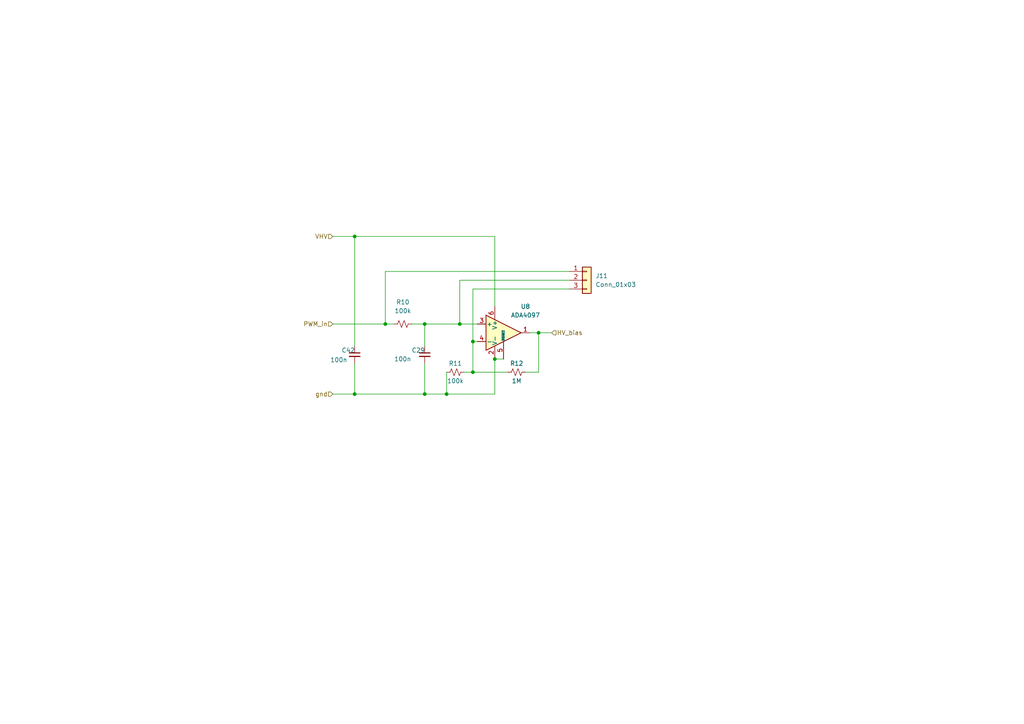
<source format=kicad_sch>
(kicad_sch
	(version 20231120)
	(generator "eeschema")
	(generator_version "8.0")
	(uuid "0edce324-4c16-425e-b906-bd4a0c9b76a8")
	(paper "A4")
	(lib_symbols
		(symbol "Amplifier_Operational:ADA4807-1"
			(pin_names
				(offset 0.127)
			)
			(exclude_from_sim no)
			(in_bom yes)
			(on_board yes)
			(property "Reference" "U"
				(at 1.27 3.81 0)
				(effects
					(font
						(size 1.27 1.27)
					)
					(justify left)
				)
			)
			(property "Value" "ADA4807-1"
				(at 1.27 -3.81 0)
				(effects
					(font
						(size 1.27 1.27)
					)
					(justify left)
				)
			)
			(property "Footprint" ""
				(at 0 -6.35 0)
				(effects
					(font
						(size 1.27 1.27)
					)
					(hide yes)
				)
			)
			(property "Datasheet" "https://www.analog.com/media/en/technical-documentation/data-sheets/ADA4807-1_4807-2_4807-4.pdf"
				(at 0 -8.89 0)
				(effects
					(font
						(size 1.27 1.27)
					)
					(justify left)
					(hide yes)
				)
			)
			(property "Description" "Single Rail-to-Rail Input/Output Amplifiers, with disable, SC-70-6/SOT-23-6"
				(at 0 0 0)
				(effects
					(font
						(size 1.27 1.27)
					)
					(hide yes)
				)
			)
			(property "ki_keywords" "single opamp"
				(at 0 0 0)
				(effects
					(font
						(size 1.27 1.27)
					)
					(hide yes)
				)
			)
			(property "ki_fp_filters" "*SC*70* SOT?23*"
				(at 0 0 0)
				(effects
					(font
						(size 1.27 1.27)
					)
					(hide yes)
				)
			)
			(symbol "ADA4807-1_0_1"
				(polyline
					(pts
						(xy -5.08 5.08) (xy 5.08 0) (xy -5.08 -5.08) (xy -5.08 5.08)
					)
					(stroke
						(width 0.254)
						(type default)
					)
					(fill
						(type background)
					)
				)
			)
			(symbol "ADA4807-1_1_1"
				(pin output line
					(at 7.62 0 180)
					(length 2.54)
					(name "~"
						(effects
							(font
								(size 1.27 1.27)
							)
						)
					)
					(number "1"
						(effects
							(font
								(size 1.27 1.27)
							)
						)
					)
				)
				(pin power_in line
					(at -2.54 -7.62 90)
					(length 3.81)
					(name "V-"
						(effects
							(font
								(size 1.27 1.27)
							)
						)
					)
					(number "2"
						(effects
							(font
								(size 1.27 1.27)
							)
						)
					)
				)
				(pin input line
					(at -7.62 2.54 0)
					(length 2.54)
					(name "+"
						(effects
							(font
								(size 1.27 1.27)
							)
						)
					)
					(number "3"
						(effects
							(font
								(size 1.27 1.27)
							)
						)
					)
				)
				(pin input line
					(at -7.62 -2.54 0)
					(length 2.54)
					(name "-"
						(effects
							(font
								(size 1.27 1.27)
							)
						)
					)
					(number "4"
						(effects
							(font
								(size 1.27 1.27)
							)
						)
					)
				)
				(pin input line
					(at 0 -7.62 90)
					(length 5.08)
					(name "~{DISABLE}"
						(effects
							(font
								(size 0.508 0.508)
							)
						)
					)
					(number "5"
						(effects
							(font
								(size 1.27 1.27)
							)
						)
					)
				)
				(pin power_in line
					(at -2.54 7.62 270)
					(length 3.81)
					(name "V+"
						(effects
							(font
								(size 1.27 1.27)
							)
						)
					)
					(number "6"
						(effects
							(font
								(size 1.27 1.27)
							)
						)
					)
				)
			)
		)
		(symbol "Connector_Generic:Conn_01x03"
			(pin_names
				(offset 1.016) hide)
			(exclude_from_sim no)
			(in_bom yes)
			(on_board yes)
			(property "Reference" "J"
				(at 0 5.08 0)
				(effects
					(font
						(size 1.27 1.27)
					)
				)
			)
			(property "Value" "Conn_01x03"
				(at 0 -5.08 0)
				(effects
					(font
						(size 1.27 1.27)
					)
				)
			)
			(property "Footprint" ""
				(at 0 0 0)
				(effects
					(font
						(size 1.27 1.27)
					)
					(hide yes)
				)
			)
			(property "Datasheet" "~"
				(at 0 0 0)
				(effects
					(font
						(size 1.27 1.27)
					)
					(hide yes)
				)
			)
			(property "Description" "Generic connector, single row, 01x03, script generated (kicad-library-utils/schlib/autogen/connector/)"
				(at 0 0 0)
				(effects
					(font
						(size 1.27 1.27)
					)
					(hide yes)
				)
			)
			(property "ki_keywords" "connector"
				(at 0 0 0)
				(effects
					(font
						(size 1.27 1.27)
					)
					(hide yes)
				)
			)
			(property "ki_fp_filters" "Connector*:*_1x??_*"
				(at 0 0 0)
				(effects
					(font
						(size 1.27 1.27)
					)
					(hide yes)
				)
			)
			(symbol "Conn_01x03_1_1"
				(rectangle
					(start -1.27 -2.413)
					(end 0 -2.667)
					(stroke
						(width 0.1524)
						(type default)
					)
					(fill
						(type none)
					)
				)
				(rectangle
					(start -1.27 0.127)
					(end 0 -0.127)
					(stroke
						(width 0.1524)
						(type default)
					)
					(fill
						(type none)
					)
				)
				(rectangle
					(start -1.27 2.667)
					(end 0 2.413)
					(stroke
						(width 0.1524)
						(type default)
					)
					(fill
						(type none)
					)
				)
				(rectangle
					(start -1.27 3.81)
					(end 1.27 -3.81)
					(stroke
						(width 0.254)
						(type default)
					)
					(fill
						(type background)
					)
				)
				(pin passive line
					(at -5.08 2.54 0)
					(length 3.81)
					(name "Pin_1"
						(effects
							(font
								(size 1.27 1.27)
							)
						)
					)
					(number "1"
						(effects
							(font
								(size 1.27 1.27)
							)
						)
					)
				)
				(pin passive line
					(at -5.08 0 0)
					(length 3.81)
					(name "Pin_2"
						(effects
							(font
								(size 1.27 1.27)
							)
						)
					)
					(number "2"
						(effects
							(font
								(size 1.27 1.27)
							)
						)
					)
				)
				(pin passive line
					(at -5.08 -2.54 0)
					(length 3.81)
					(name "Pin_3"
						(effects
							(font
								(size 1.27 1.27)
							)
						)
					)
					(number "3"
						(effects
							(font
								(size 1.27 1.27)
							)
						)
					)
				)
			)
		)
		(symbol "Device:C_Small"
			(pin_numbers hide)
			(pin_names
				(offset 0.254) hide)
			(exclude_from_sim no)
			(in_bom yes)
			(on_board yes)
			(property "Reference" "C"
				(at 0.254 1.778 0)
				(effects
					(font
						(size 1.27 1.27)
					)
					(justify left)
				)
			)
			(property "Value" "C_Small"
				(at 0.254 -2.032 0)
				(effects
					(font
						(size 1.27 1.27)
					)
					(justify left)
				)
			)
			(property "Footprint" ""
				(at 0 0 0)
				(effects
					(font
						(size 1.27 1.27)
					)
					(hide yes)
				)
			)
			(property "Datasheet" "~"
				(at 0 0 0)
				(effects
					(font
						(size 1.27 1.27)
					)
					(hide yes)
				)
			)
			(property "Description" "Unpolarized capacitor, small symbol"
				(at 0 0 0)
				(effects
					(font
						(size 1.27 1.27)
					)
					(hide yes)
				)
			)
			(property "ki_keywords" "capacitor cap"
				(at 0 0 0)
				(effects
					(font
						(size 1.27 1.27)
					)
					(hide yes)
				)
			)
			(property "ki_fp_filters" "C_*"
				(at 0 0 0)
				(effects
					(font
						(size 1.27 1.27)
					)
					(hide yes)
				)
			)
			(symbol "C_Small_0_1"
				(polyline
					(pts
						(xy -1.524 -0.508) (xy 1.524 -0.508)
					)
					(stroke
						(width 0.3302)
						(type default)
					)
					(fill
						(type none)
					)
				)
				(polyline
					(pts
						(xy -1.524 0.508) (xy 1.524 0.508)
					)
					(stroke
						(width 0.3048)
						(type default)
					)
					(fill
						(type none)
					)
				)
			)
			(symbol "C_Small_1_1"
				(pin passive line
					(at 0 2.54 270)
					(length 2.032)
					(name "~"
						(effects
							(font
								(size 1.27 1.27)
							)
						)
					)
					(number "1"
						(effects
							(font
								(size 1.27 1.27)
							)
						)
					)
				)
				(pin passive line
					(at 0 -2.54 90)
					(length 2.032)
					(name "~"
						(effects
							(font
								(size 1.27 1.27)
							)
						)
					)
					(number "2"
						(effects
							(font
								(size 1.27 1.27)
							)
						)
					)
				)
			)
		)
		(symbol "Device:R_Small_US"
			(pin_numbers hide)
			(pin_names
				(offset 0.254) hide)
			(exclude_from_sim no)
			(in_bom yes)
			(on_board yes)
			(property "Reference" "R"
				(at 0.762 0.508 0)
				(effects
					(font
						(size 1.27 1.27)
					)
					(justify left)
				)
			)
			(property "Value" "R_Small_US"
				(at 0.762 -1.016 0)
				(effects
					(font
						(size 1.27 1.27)
					)
					(justify left)
				)
			)
			(property "Footprint" ""
				(at 0 0 0)
				(effects
					(font
						(size 1.27 1.27)
					)
					(hide yes)
				)
			)
			(property "Datasheet" "~"
				(at 0 0 0)
				(effects
					(font
						(size 1.27 1.27)
					)
					(hide yes)
				)
			)
			(property "Description" "Resistor, small US symbol"
				(at 0 0 0)
				(effects
					(font
						(size 1.27 1.27)
					)
					(hide yes)
				)
			)
			(property "ki_keywords" "r resistor"
				(at 0 0 0)
				(effects
					(font
						(size 1.27 1.27)
					)
					(hide yes)
				)
			)
			(property "ki_fp_filters" "R_*"
				(at 0 0 0)
				(effects
					(font
						(size 1.27 1.27)
					)
					(hide yes)
				)
			)
			(symbol "R_Small_US_1_1"
				(polyline
					(pts
						(xy 0 0) (xy 1.016 -0.381) (xy 0 -0.762) (xy -1.016 -1.143) (xy 0 -1.524)
					)
					(stroke
						(width 0)
						(type default)
					)
					(fill
						(type none)
					)
				)
				(polyline
					(pts
						(xy 0 1.524) (xy 1.016 1.143) (xy 0 0.762) (xy -1.016 0.381) (xy 0 0)
					)
					(stroke
						(width 0)
						(type default)
					)
					(fill
						(type none)
					)
				)
				(pin passive line
					(at 0 2.54 270)
					(length 1.016)
					(name "~"
						(effects
							(font
								(size 1.27 1.27)
							)
						)
					)
					(number "1"
						(effects
							(font
								(size 1.27 1.27)
							)
						)
					)
				)
				(pin passive line
					(at 0 -2.54 90)
					(length 1.016)
					(name "~"
						(effects
							(font
								(size 1.27 1.27)
							)
						)
					)
					(number "2"
						(effects
							(font
								(size 1.27 1.27)
							)
						)
					)
				)
			)
		)
	)
	(junction
		(at 133.35 93.98)
		(diameter 0)
		(color 0 0 0 0)
		(uuid "142a9e6f-cfe3-49c7-b512-77f6715ee672")
	)
	(junction
		(at 123.19 114.3)
		(diameter 0)
		(color 0 0 0 0)
		(uuid "1607b4db-85e8-447e-8038-6ac4f0f7f121")
	)
	(junction
		(at 129.54 114.3)
		(diameter 0)
		(color 0 0 0 0)
		(uuid "38e4d469-436e-4395-9a13-c0cc4fb50b61")
	)
	(junction
		(at 102.87 68.58)
		(diameter 0)
		(color 0 0 0 0)
		(uuid "5374e517-a655-46bd-b448-605abb970765")
	)
	(junction
		(at 102.87 114.3)
		(diameter 0)
		(color 0 0 0 0)
		(uuid "5734ddfc-ea63-4c4a-88dd-e50cee3b4213")
	)
	(junction
		(at 137.16 99.06)
		(diameter 0)
		(color 0 0 0 0)
		(uuid "609873fc-6836-4e27-822d-a610a8bf7649")
	)
	(junction
		(at 111.76 93.98)
		(diameter 0)
		(color 0 0 0 0)
		(uuid "7d14683b-235a-449c-9e42-4f45afa58b9e")
	)
	(junction
		(at 143.51 104.14)
		(diameter 0)
		(color 0 0 0 0)
		(uuid "8e841fc8-b600-41c2-8718-5b9e6d899f17")
	)
	(junction
		(at 137.16 107.95)
		(diameter 0)
		(color 0 0 0 0)
		(uuid "a1ac036b-36a6-4e38-bddd-402e2ed9405a")
	)
	(junction
		(at 156.21 96.52)
		(diameter 0)
		(color 0 0 0 0)
		(uuid "b32a35c1-c000-411a-b45e-87b4be51e5f4")
	)
	(junction
		(at 123.19 93.98)
		(diameter 0)
		(color 0 0 0 0)
		(uuid "c5bbf65b-34c2-4a6d-8e57-35183676d623")
	)
	(wire
		(pts
			(xy 134.62 107.95) (xy 137.16 107.95)
		)
		(stroke
			(width 0)
			(type default)
		)
		(uuid "0375ff5b-5045-4067-8c79-e37f830377bf")
	)
	(wire
		(pts
			(xy 111.76 93.98) (xy 114.3 93.98)
		)
		(stroke
			(width 0)
			(type default)
		)
		(uuid "0d44bd96-1d15-46b3-aa1b-99b6f1778714")
	)
	(wire
		(pts
			(xy 102.87 114.3) (xy 123.19 114.3)
		)
		(stroke
			(width 0)
			(type default)
		)
		(uuid "0dfe6fc2-9aa4-4def-a089-c97925779751")
	)
	(wire
		(pts
			(xy 165.1 81.28) (xy 133.35 81.28)
		)
		(stroke
			(width 0)
			(type default)
		)
		(uuid "138538c8-96d5-4d26-8bb0-097bdc25a891")
	)
	(wire
		(pts
			(xy 133.35 81.28) (xy 133.35 93.98)
		)
		(stroke
			(width 0)
			(type default)
		)
		(uuid "17aaa59a-af65-405e-9c4a-e4488ebb01c0")
	)
	(wire
		(pts
			(xy 156.21 96.52) (xy 153.67 96.52)
		)
		(stroke
			(width 0)
			(type default)
		)
		(uuid "188a3aaf-434e-435b-9017-e2a20fe02761")
	)
	(wire
		(pts
			(xy 102.87 68.58) (xy 102.87 100.33)
		)
		(stroke
			(width 0)
			(type default)
		)
		(uuid "194cabce-d314-44ac-a17c-c1c30871f288")
	)
	(wire
		(pts
			(xy 123.19 93.98) (xy 133.35 93.98)
		)
		(stroke
			(width 0)
			(type default)
		)
		(uuid "197576df-304c-441b-aeb0-8c224988d982")
	)
	(wire
		(pts
			(xy 156.21 96.52) (xy 160.02 96.52)
		)
		(stroke
			(width 0)
			(type default)
		)
		(uuid "1ac4a7c2-b7be-4e1c-a497-ed6aab390c53")
	)
	(wire
		(pts
			(xy 165.1 78.74) (xy 111.76 78.74)
		)
		(stroke
			(width 0)
			(type default)
		)
		(uuid "2775d4aa-8ef5-4156-9be3-873d0a37f58e")
	)
	(wire
		(pts
			(xy 123.19 100.33) (xy 123.19 93.98)
		)
		(stroke
			(width 0)
			(type default)
		)
		(uuid "2d5c67f3-44a6-414d-9be0-8cb7b7d5842a")
	)
	(wire
		(pts
			(xy 102.87 105.41) (xy 102.87 114.3)
		)
		(stroke
			(width 0)
			(type default)
		)
		(uuid "30789b95-d0c3-44ca-9cff-4f8a32d54935")
	)
	(wire
		(pts
			(xy 96.52 68.58) (xy 102.87 68.58)
		)
		(stroke
			(width 0)
			(type default)
		)
		(uuid "339be58e-c872-45d3-af59-d82d2ec0e7dd")
	)
	(wire
		(pts
			(xy 123.19 105.41) (xy 123.19 114.3)
		)
		(stroke
			(width 0)
			(type default)
		)
		(uuid "3a3a7168-dc61-4943-b2c4-f5999923b4ec")
	)
	(wire
		(pts
			(xy 123.19 93.98) (xy 119.38 93.98)
		)
		(stroke
			(width 0)
			(type default)
		)
		(uuid "4607d8ab-f5bf-412e-9322-bd00e7a6c989")
	)
	(wire
		(pts
			(xy 129.54 114.3) (xy 143.51 114.3)
		)
		(stroke
			(width 0)
			(type default)
		)
		(uuid "4b50d154-87c0-417f-b0cb-7969e5019bf1")
	)
	(wire
		(pts
			(xy 156.21 107.95) (xy 156.21 96.52)
		)
		(stroke
			(width 0)
			(type default)
		)
		(uuid "4b6b893c-923d-4eaa-b72a-5890c65f296f")
	)
	(wire
		(pts
			(xy 96.52 114.3) (xy 102.87 114.3)
		)
		(stroke
			(width 0)
			(type default)
		)
		(uuid "4b74ae89-9b7a-4a7a-a987-7f195c724340")
	)
	(wire
		(pts
			(xy 96.52 93.98) (xy 111.76 93.98)
		)
		(stroke
			(width 0)
			(type default)
		)
		(uuid "557d55b3-3532-47d5-8bde-c718cdacefe8")
	)
	(wire
		(pts
			(xy 123.19 114.3) (xy 129.54 114.3)
		)
		(stroke
			(width 0)
			(type default)
		)
		(uuid "56b2fc5b-9b34-4aff-b522-ebb294e437f4")
	)
	(wire
		(pts
			(xy 137.16 99.06) (xy 137.16 107.95)
		)
		(stroke
			(width 0)
			(type default)
		)
		(uuid "59e97943-06c8-4f96-8365-52b423c29dbb")
	)
	(wire
		(pts
			(xy 133.35 93.98) (xy 138.43 93.98)
		)
		(stroke
			(width 0)
			(type default)
		)
		(uuid "6af8fc5e-5a6a-4fe3-8aca-d66932078a52")
	)
	(wire
		(pts
			(xy 143.51 68.58) (xy 143.51 88.9)
		)
		(stroke
			(width 0)
			(type default)
		)
		(uuid "7f5330de-c22e-4399-bd2e-b9eff4a5b21b")
	)
	(wire
		(pts
			(xy 137.16 99.06) (xy 137.16 83.82)
		)
		(stroke
			(width 0)
			(type default)
		)
		(uuid "80591532-c183-48a6-8d22-24ef5daed39e")
	)
	(wire
		(pts
			(xy 143.51 104.14) (xy 146.05 104.14)
		)
		(stroke
			(width 0)
			(type default)
		)
		(uuid "8d1df8cb-fef4-4a33-9451-7dc9ecb546ae")
	)
	(wire
		(pts
			(xy 102.87 68.58) (xy 143.51 68.58)
		)
		(stroke
			(width 0)
			(type default)
		)
		(uuid "98098d6b-b3ab-45d0-9501-f28aac3ba78a")
	)
	(wire
		(pts
			(xy 111.76 78.74) (xy 111.76 93.98)
		)
		(stroke
			(width 0)
			(type default)
		)
		(uuid "bc50a6fb-0feb-4d72-8438-42c26c555662")
	)
	(wire
		(pts
			(xy 137.16 107.95) (xy 147.32 107.95)
		)
		(stroke
			(width 0)
			(type default)
		)
		(uuid "c21cf7ce-2854-4b13-bb47-bfb98883deab")
	)
	(wire
		(pts
			(xy 137.16 83.82) (xy 165.1 83.82)
		)
		(stroke
			(width 0)
			(type default)
		)
		(uuid "c77f6b21-1c1a-4ab5-88b3-44da8c48d144")
	)
	(wire
		(pts
			(xy 152.4 107.95) (xy 156.21 107.95)
		)
		(stroke
			(width 0)
			(type default)
		)
		(uuid "d920b043-0b7c-4c5e-b99c-f991c515bf71")
	)
	(wire
		(pts
			(xy 143.51 104.14) (xy 143.51 114.3)
		)
		(stroke
			(width 0)
			(type default)
		)
		(uuid "e144c24d-a165-4d9b-a584-57aa02b61efc")
	)
	(wire
		(pts
			(xy 129.54 107.95) (xy 129.54 114.3)
		)
		(stroke
			(width 0)
			(type default)
		)
		(uuid "ed5217dc-5686-4f0b-bd3e-ae5a29bf6175")
	)
	(wire
		(pts
			(xy 137.16 99.06) (xy 138.43 99.06)
		)
		(stroke
			(width 0)
			(type default)
		)
		(uuid "fb110755-d3d8-47bb-885e-e6bd0da90fee")
	)
	(hierarchical_label "gnd"
		(shape input)
		(at 96.52 114.3 180)
		(fields_autoplaced yes)
		(effects
			(font
				(size 1.27 1.27)
			)
			(justify right)
		)
		(uuid "073b4bff-188e-48db-b24c-3540d0594ae7")
	)
	(hierarchical_label "HV_bias"
		(shape input)
		(at 160.02 96.52 0)
		(fields_autoplaced yes)
		(effects
			(font
				(size 1.27 1.27)
			)
			(justify left)
		)
		(uuid "111db4f0-1d71-407b-8857-5b83dde1352c")
	)
	(hierarchical_label "VHV"
		(shape input)
		(at 96.52 68.58 180)
		(fields_autoplaced yes)
		(effects
			(font
				(size 1.27 1.27)
			)
			(justify right)
		)
		(uuid "c803f5dc-65f5-449c-9bd7-5c2e17620a0a")
	)
	(hierarchical_label "PWM_in"
		(shape input)
		(at 96.52 93.98 180)
		(fields_autoplaced yes)
		(effects
			(font
				(size 1.27 1.27)
			)
			(justify right)
		)
		(uuid "d2299df2-54e5-463b-b5ed-93a5b8f78a38")
	)
	(symbol
		(lib_id "Device:R_Small_US")
		(at 116.84 93.98 90)
		(unit 1)
		(exclude_from_sim no)
		(in_bom yes)
		(on_board yes)
		(dnp no)
		(fields_autoplaced yes)
		(uuid "3bb14804-28cf-4e82-acb1-fd3f7d2a874a")
		(property "Reference" "R10"
			(at 116.84 87.63 90)
			(effects
				(font
					(size 1.27 1.27)
				)
			)
		)
		(property "Value" "100k"
			(at 116.84 90.17 90)
			(effects
				(font
					(size 1.27 1.27)
				)
			)
		)
		(property "Footprint" "Resistor_SMD:R_0402_1005Metric"
			(at 116.84 93.98 0)
			(effects
				(font
					(size 1.27 1.27)
				)
				(hide yes)
			)
		)
		(property "Datasheet" "~"
			(at 116.84 93.98 0)
			(effects
				(font
					(size 1.27 1.27)
				)
				(hide yes)
			)
		)
		(property "Description" ""
			(at 116.84 93.98 0)
			(effects
				(font
					(size 1.27 1.27)
				)
				(hide yes)
			)
		)
		(pin "1"
			(uuid "e20139b4-bfa4-4f18-a53f-3800fce50cbc")
		)
		(pin "2"
			(uuid "8558d494-a8c9-47f0-ab94-71f2339f1632")
		)
		(instances
			(project "controller test board"
				(path "/e63e39d7-6ac0-4ffd-8aa3-1841a4541b55/d6592886-3359-479a-9f3d-8f31d01523ea"
					(reference "R10")
					(unit 1)
				)
			)
		)
	)
	(symbol
		(lib_id "Amplifier_Operational:ADA4807-1")
		(at 146.05 96.52 0)
		(unit 1)
		(exclude_from_sim no)
		(in_bom yes)
		(on_board yes)
		(dnp no)
		(uuid "4339118c-ba6b-4830-a146-742472ac1884")
		(property "Reference" "U8"
			(at 152.4 88.9 0)
			(effects
				(font
					(size 1.27 1.27)
				)
			)
		)
		(property "Value" "ADA4097"
			(at 152.4 91.44 0)
			(effects
				(font
					(size 1.27 1.27)
				)
			)
		)
		(property "Footprint" "Package_TO_SOT_SMD:TSOT-23-6"
			(at 146.05 102.87 0)
			(effects
				(font
					(size 1.27 1.27)
				)
				(hide yes)
			)
		)
		(property "Datasheet" "https://www.analog.com/media/en/technical-documentation/data-sheets/ADA4807-1_4807-2_4807-4.pdf"
			(at 146.05 105.41 0)
			(effects
				(font
					(size 1.27 1.27)
				)
				(justify left)
				(hide yes)
			)
		)
		(property "Description" ""
			(at 146.05 96.52 0)
			(effects
				(font
					(size 1.27 1.27)
				)
				(hide yes)
			)
		)
		(pin "1"
			(uuid "0ce3579f-3b86-4853-9537-e5f0d69ea4e7")
		)
		(pin "2"
			(uuid "3f9e4da9-3138-4756-8114-50b35653d7ee")
		)
		(pin "3"
			(uuid "c2fbcdc7-2f42-4c8d-884c-c3afad90b011")
		)
		(pin "4"
			(uuid "7f800067-2c13-4758-a254-440c70a4408e")
		)
		(pin "5"
			(uuid "3e7a79d2-c1db-48bd-bbea-4e04c27b90b2")
		)
		(pin "6"
			(uuid "dae85a68-a9b3-4ea5-b7ba-944126705087")
		)
		(instances
			(project "controller test board"
				(path "/e63e39d7-6ac0-4ffd-8aa3-1841a4541b55/d6592886-3359-479a-9f3d-8f31d01523ea"
					(reference "U8")
					(unit 1)
				)
			)
		)
	)
	(symbol
		(lib_id "Device:C_Small")
		(at 102.87 102.87 0)
		(unit 1)
		(exclude_from_sim no)
		(in_bom yes)
		(on_board yes)
		(dnp no)
		(uuid "43848e6e-27ed-4a2a-8120-766cd1f6a8b1")
		(property "Reference" "C42"
			(at 99.06 101.6 0)
			(effects
				(font
					(size 1.27 1.27)
				)
				(justify left)
			)
		)
		(property "Value" "100n"
			(at 95.758 104.394 0)
			(effects
				(font
					(size 1.27 1.27)
				)
				(justify left)
			)
		)
		(property "Footprint" "Capacitor_SMD:C_0402_1005Metric"
			(at 102.87 102.87 0)
			(effects
				(font
					(size 1.27 1.27)
				)
				(hide yes)
			)
		)
		(property "Datasheet" "~"
			(at 102.87 102.87 0)
			(effects
				(font
					(size 1.27 1.27)
				)
				(hide yes)
			)
		)
		(property "Description" ""
			(at 102.87 102.87 0)
			(effects
				(font
					(size 1.27 1.27)
				)
				(hide yes)
			)
		)
		(pin "1"
			(uuid "b4bca93e-c9d2-4c41-b52f-7c864a220ec2")
		)
		(pin "2"
			(uuid "0c941197-c139-418c-8f9e-a473502f24ce")
		)
		(instances
			(project "controller test board"
				(path "/e63e39d7-6ac0-4ffd-8aa3-1841a4541b55/d6592886-3359-479a-9f3d-8f31d01523ea"
					(reference "C42")
					(unit 1)
				)
			)
		)
	)
	(symbol
		(lib_id "Device:R_Small_US")
		(at 132.08 107.95 90)
		(unit 1)
		(exclude_from_sim no)
		(in_bom yes)
		(on_board yes)
		(dnp no)
		(uuid "5c029db5-e662-4ec8-bd70-faf0bab12e27")
		(property "Reference" "R11"
			(at 132.08 105.41 90)
			(effects
				(font
					(size 1.27 1.27)
				)
			)
		)
		(property "Value" "100k"
			(at 132.08 110.49 90)
			(effects
				(font
					(size 1.27 1.27)
				)
			)
		)
		(property "Footprint" "Resistor_SMD:R_0402_1005Metric"
			(at 132.08 107.95 0)
			(effects
				(font
					(size 1.27 1.27)
				)
				(hide yes)
			)
		)
		(property "Datasheet" "~"
			(at 132.08 107.95 0)
			(effects
				(font
					(size 1.27 1.27)
				)
				(hide yes)
			)
		)
		(property "Description" ""
			(at 132.08 107.95 0)
			(effects
				(font
					(size 1.27 1.27)
				)
				(hide yes)
			)
		)
		(pin "1"
			(uuid "a98861e1-7a5d-45f2-a1dc-4c8f3a651c04")
		)
		(pin "2"
			(uuid "d9660f92-22db-48fe-a594-bd98a5b14f3b")
		)
		(instances
			(project "controller test board"
				(path "/e63e39d7-6ac0-4ffd-8aa3-1841a4541b55/d6592886-3359-479a-9f3d-8f31d01523ea"
					(reference "R11")
					(unit 1)
				)
			)
		)
	)
	(symbol
		(lib_id "Connector_Generic:Conn_01x03")
		(at 170.18 81.28 0)
		(unit 1)
		(exclude_from_sim no)
		(in_bom yes)
		(on_board yes)
		(dnp no)
		(fields_autoplaced yes)
		(uuid "88cb5fc6-2cac-4703-bc4f-ade966fdd218")
		(property "Reference" "J11"
			(at 172.72 80.0099 0)
			(effects
				(font
					(size 1.27 1.27)
				)
				(justify left)
			)
		)
		(property "Value" "Conn_01x03"
			(at 172.72 82.5499 0)
			(effects
				(font
					(size 1.27 1.27)
				)
				(justify left)
			)
		)
		(property "Footprint" "Connector_PinHeader_2.54mm:PinHeader_1x03_P2.54mm_Vertical"
			(at 170.18 81.28 0)
			(effects
				(font
					(size 1.27 1.27)
				)
				(hide yes)
			)
		)
		(property "Datasheet" "~"
			(at 170.18 81.28 0)
			(effects
				(font
					(size 1.27 1.27)
				)
				(hide yes)
			)
		)
		(property "Description" ""
			(at 170.18 81.28 0)
			(effects
				(font
					(size 1.27 1.27)
				)
				(hide yes)
			)
		)
		(pin "1"
			(uuid "b3c4a89c-03ce-48ac-88d7-e9fbb5d6c678")
		)
		(pin "2"
			(uuid "77586af4-564a-4636-9394-0cbb88a829e1")
		)
		(pin "3"
			(uuid "4c134737-ed35-438b-9c98-c2a37c7dcc0e")
		)
		(instances
			(project "controller test board"
				(path "/e63e39d7-6ac0-4ffd-8aa3-1841a4541b55/d6592886-3359-479a-9f3d-8f31d01523ea"
					(reference "J11")
					(unit 1)
				)
			)
		)
	)
	(symbol
		(lib_id "Device:R_Small_US")
		(at 149.86 107.95 90)
		(unit 1)
		(exclude_from_sim no)
		(in_bom yes)
		(on_board yes)
		(dnp no)
		(uuid "a8a86bbe-ea36-4a2f-85ab-c5883d675cf5")
		(property "Reference" "R12"
			(at 149.86 105.41 90)
			(effects
				(font
					(size 1.27 1.27)
				)
			)
		)
		(property "Value" "1M"
			(at 149.86 110.49 90)
			(effects
				(font
					(size 1.27 1.27)
				)
			)
		)
		(property "Footprint" "Resistor_SMD:R_0402_1005Metric"
			(at 149.86 107.95 0)
			(effects
				(font
					(size 1.27 1.27)
				)
				(hide yes)
			)
		)
		(property "Datasheet" "~"
			(at 149.86 107.95 0)
			(effects
				(font
					(size 1.27 1.27)
				)
				(hide yes)
			)
		)
		(property "Description" ""
			(at 149.86 107.95 0)
			(effects
				(font
					(size 1.27 1.27)
				)
				(hide yes)
			)
		)
		(pin "1"
			(uuid "df0a2115-be3f-4327-9ef5-237bddff5508")
		)
		(pin "2"
			(uuid "77ad8382-af97-452d-8327-b1d522a309b0")
		)
		(instances
			(project "controller test board"
				(path "/e63e39d7-6ac0-4ffd-8aa3-1841a4541b55/d6592886-3359-479a-9f3d-8f31d01523ea"
					(reference "R12")
					(unit 1)
				)
			)
		)
	)
	(symbol
		(lib_id "Device:C_Small")
		(at 123.19 102.87 0)
		(unit 1)
		(exclude_from_sim no)
		(in_bom yes)
		(on_board yes)
		(dnp no)
		(uuid "aa3a794c-1b48-4f53-a924-287cdd7eba85")
		(property "Reference" "C29"
			(at 119.38 101.6 0)
			(effects
				(font
					(size 1.27 1.27)
				)
				(justify left)
			)
		)
		(property "Value" "100n"
			(at 114.3 104.14 0)
			(effects
				(font
					(size 1.27 1.27)
				)
				(justify left)
			)
		)
		(property "Footprint" "Capacitor_SMD:C_0402_1005Metric"
			(at 123.19 102.87 0)
			(effects
				(font
					(size 1.27 1.27)
				)
				(hide yes)
			)
		)
		(property "Datasheet" "~"
			(at 123.19 102.87 0)
			(effects
				(font
					(size 1.27 1.27)
				)
				(hide yes)
			)
		)
		(property "Description" ""
			(at 123.19 102.87 0)
			(effects
				(font
					(size 1.27 1.27)
				)
				(hide yes)
			)
		)
		(pin "1"
			(uuid "4b76c2b8-9ea9-47b4-88ff-7dbdc3161cbb")
		)
		(pin "2"
			(uuid "7d37867b-8217-44fd-9580-80af2d66634b")
		)
		(instances
			(project "controller test board"
				(path "/e63e39d7-6ac0-4ffd-8aa3-1841a4541b55/d6592886-3359-479a-9f3d-8f31d01523ea"
					(reference "C29")
					(unit 1)
				)
			)
		)
	)
)

</source>
